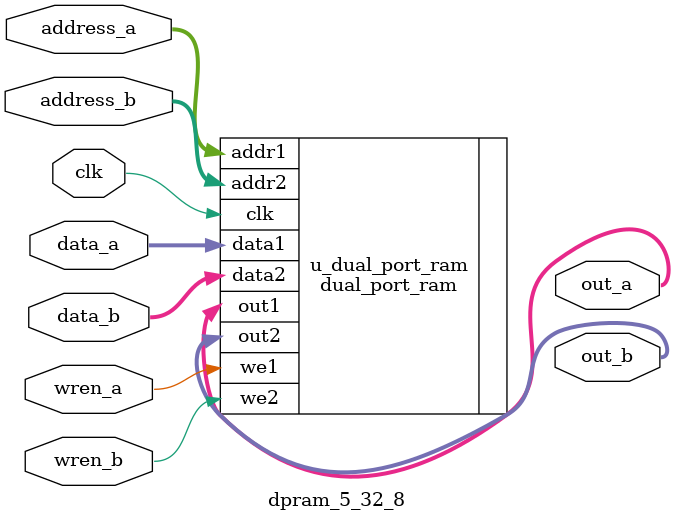
<source format=v>
module dpram_5_32_8 (
	clk,
	address_a,
	address_b,
	wren_a,
	wren_b,
	data_a,
	data_b,
	out_a,
	out_b
);

parameter AWIDTH = 5;
parameter NUM_WORDS = 32;
parameter DWIDTH = 8;

input clk;
input [(AWIDTH-1):0] address_a;
input [(AWIDTH-1):0] address_b;
input  wren_a;
input  wren_b;
input [(DWIDTH-1):0] data_a;
input [(DWIDTH-1):0] data_b;
output reg [(DWIDTH-1):0] out_a;
output reg [(DWIDTH-1):0] out_b;

`ifdef SIMULATION_MEMORY

reg [DWIDTH-1:0] ram[NUM_WORDS-1:0];

always @ (posedge clk) begin 
  if (wren_a) begin
      ram[address_a] <= data_a;
  end
  else begin
      out_a <= ram[address_a];
  end
end
  
always @ (posedge clk) begin 
  if (wren_b) begin
      ram[address_b] <= data_b;
  end 
  else begin
      out_b <= ram[address_b];
  end
end

`else

dual_port_ram u_dual_port_ram(
.addr1(address_a),
.we1(wren_a),
.data1(data_a),
.out1(out_a),
.addr2(address_b),
.we2(wren_b),
.data2(data_b),
.out2(out_b),
.clk(clk)
);

`endif

endmodule
</source>
